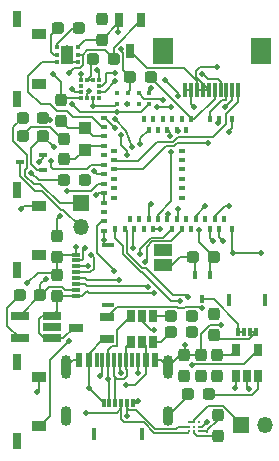
<source format=gbr>
%TF.GenerationSoftware,KiCad,Pcbnew,(5.99.0-8775-g06a515339c)*%
%TF.CreationDate,2021-02-12T19:12:03-05:00*%
%TF.ProjectId,mk2,6d6b322e-6b69-4636-9164-5f7063625858,rev?*%
%TF.SameCoordinates,Original*%
%TF.FileFunction,Copper,L1,Top*%
%TF.FilePolarity,Positive*%
%FSLAX46Y46*%
G04 Gerber Fmt 4.6, Leading zero omitted, Abs format (unit mm)*
G04 Created by KiCad (PCBNEW (5.99.0-8775-g06a515339c)) date 2021-02-12 19:12:03*
%MOMM*%
%LPD*%
G01*
G04 APERTURE LIST*
G04 Aperture macros list*
%AMRoundRect*
0 Rectangle with rounded corners*
0 $1 Rounding radius*
0 $2 $3 $4 $5 $6 $7 $8 $9 X,Y pos of 4 corners*
0 Add a 4 corners polygon primitive as box body*
4,1,4,$2,$3,$4,$5,$6,$7,$8,$9,$2,$3,0*
0 Add four circle primitives for the rounded corners*
1,1,$1+$1,$2,$3*
1,1,$1+$1,$4,$5*
1,1,$1+$1,$6,$7*
1,1,$1+$1,$8,$9*
0 Add four rect primitives between the rounded corners*
20,1,$1+$1,$2,$3,$4,$5,0*
20,1,$1+$1,$4,$5,$6,$7,0*
20,1,$1+$1,$6,$7,$8,$9,0*
20,1,$1+$1,$8,$9,$2,$3,0*%
G04 Aperture macros list end*
%TA.AperFunction,SMDPad,CuDef*%
%ADD10RoundRect,0.237500X0.287500X0.237500X-0.287500X0.237500X-0.287500X-0.237500X0.287500X-0.237500X0*%
%TD*%
%TA.AperFunction,SMDPad,CuDef*%
%ADD11RoundRect,0.237500X-0.237500X0.287500X-0.237500X-0.287500X0.237500X-0.287500X0.237500X0.287500X0*%
%TD*%
%TA.AperFunction,SMDPad,CuDef*%
%ADD12C,0.229500*%
%TD*%
%TA.AperFunction,SMDPad,CuDef*%
%ADD13RoundRect,0.237500X0.237500X-0.287500X0.237500X0.287500X-0.237500X0.287500X-0.237500X-0.287500X0*%
%TD*%
%TA.AperFunction,SMDPad,CuDef*%
%ADD14R,0.300000X0.350000*%
%TD*%
%TA.AperFunction,SMDPad,CuDef*%
%ADD15R,0.350000X0.300000*%
%TD*%
%TA.AperFunction,SMDPad,CuDef*%
%ADD16R,0.400000X0.600000*%
%TD*%
%TA.AperFunction,SMDPad,CuDef*%
%ADD17R,0.600000X0.400000*%
%TD*%
%TA.AperFunction,SMDPad,CuDef*%
%ADD18R,0.650000X1.060000*%
%TD*%
%TA.AperFunction,SMDPad,CuDef*%
%ADD19R,1.220000X0.650000*%
%TD*%
%TA.AperFunction,SMDPad,CuDef*%
%ADD20R,0.700000X0.450000*%
%TD*%
%TA.AperFunction,SMDPad,CuDef*%
%ADD21R,0.650000X1.220000*%
%TD*%
%TA.AperFunction,SMDPad,CuDef*%
%ADD22R,1.500000X1.000000*%
%TD*%
%TA.AperFunction,SMDPad,CuDef*%
%ADD23R,1.270000X0.900000*%
%TD*%
%TA.AperFunction,SMDPad,CuDef*%
%ADD24R,0.800000X1.450000*%
%TD*%
%TA.AperFunction,SMDPad,CuDef*%
%ADD25R,0.300000X1.300000*%
%TD*%
%TA.AperFunction,SMDPad,CuDef*%
%ADD26R,1.800000X2.200000*%
%TD*%
%TA.AperFunction,SMDPad,CuDef*%
%ADD27R,0.300000X0.700000*%
%TD*%
%TA.AperFunction,SMDPad,CuDef*%
%ADD28R,0.300000X1.000000*%
%TD*%
%TA.AperFunction,SMDPad,CuDef*%
%ADD29RoundRect,0.237500X-0.287500X-0.237500X0.287500X-0.237500X0.287500X0.237500X-0.287500X0.237500X0*%
%TD*%
%TA.AperFunction,SMDPad,CuDef*%
%ADD30R,0.400000X0.420000*%
%TD*%
%TA.AperFunction,ComponentPad*%
%ADD31R,1.350000X1.350000*%
%TD*%
%TA.AperFunction,ComponentPad*%
%ADD32O,1.350000X1.350000*%
%TD*%
%TA.AperFunction,SMDPad,CuDef*%
%ADD33R,0.450000X0.700000*%
%TD*%
%TA.AperFunction,SMDPad,CuDef*%
%ADD34RoundRect,0.093750X0.093750X0.106250X-0.093750X0.106250X-0.093750X-0.106250X0.093750X-0.106250X0*%
%TD*%
%TA.AperFunction,ComponentPad*%
%ADD35C,0.500000*%
%TD*%
%TA.AperFunction,SMDPad,CuDef*%
%ADD36R,1.000000X1.600000*%
%TD*%
%TA.AperFunction,SMDPad,CuDef*%
%ADD37R,1.100000X1.050000*%
%TD*%
%TA.AperFunction,SMDPad,CuDef*%
%ADD38R,0.600000X1.160000*%
%TD*%
%TA.AperFunction,SMDPad,CuDef*%
%ADD39R,0.300000X1.160000*%
%TD*%
%TA.AperFunction,ComponentPad*%
%ADD40O,0.900000X2.000000*%
%TD*%
%TA.AperFunction,ComponentPad*%
%ADD41O,0.900000X1.700000*%
%TD*%
%TA.AperFunction,SMDPad,CuDef*%
%ADD42R,0.700000X0.300000*%
%TD*%
%TA.AperFunction,SMDPad,CuDef*%
%ADD43R,1.000000X0.300000*%
%TD*%
%TA.AperFunction,SMDPad,CuDef*%
%ADD44R,1.560000X0.650000*%
%TD*%
%TA.AperFunction,ViaPad*%
%ADD45C,0.500000*%
%TD*%
%TA.AperFunction,Conductor*%
%ADD46C,0.130000*%
%TD*%
%TA.AperFunction,Conductor*%
%ADD47C,0.200000*%
%TD*%
G04 APERTURE END LIST*
D10*
%TO.P,R4,1*%
%TO.N,Net-(IC1-Pad35)*%
X27799000Y-39878000D03*
%TO.P,R4,2*%
%TO.N,USB_DP*%
X26049000Y-39878000D03*
%TD*%
%TO.P,R13,1*%
%TO.N,BACKLIGHT*%
X29704000Y-33528000D03*
%TO.P,R13,2*%
%TO.N,GND*%
X27954000Y-33528000D03*
%TD*%
D11*
%TO.P,R14,1*%
%TO.N,VIN*%
X29718000Y-38368000D03*
%TO.P,R14,2*%
%TO.N,Net-(J4-Pad1)*%
X29718000Y-40118000D03*
%TD*%
D12*
%TO.P,U6,A1,TH*%
%TO.N,+BATT*%
X27600000Y-47477000D03*
%TO.P,U6,A2,BATT*%
X28000000Y-47477000D03*
%TO.P,U6,A3,NC*%
%TO.N,N/C*%
X28400000Y-47477000D03*
%TO.P,U6,B1,SCL*%
%TO.N,SCL*%
X27600000Y-47877000D03*
%TO.P,U6,B2,~ALRT~*%
%TO.N,N/C*%
X28000000Y-47877000D03*
%TO.P,U6,B3,SYS*%
%TO.N,BATTPOW*%
X28400000Y-47877000D03*
%TO.P,U6,C1,SDA*%
%TO.N,SDA*%
X27600000Y-48277000D03*
%TO.P,U6,C2,REG*%
%TO.N,Net-(C10-Pad1)*%
X28000000Y-48277000D03*
%TO.P,U6,C3,GND*%
%TO.N,GND*%
X28400000Y-48277000D03*
%TD*%
D13*
%TO.P,C4,1*%
%TO.N,VIN*%
X16383000Y-36816000D03*
%TO.P,C4,2*%
%TO.N,GND*%
X16383000Y-35066000D03*
%TD*%
D10*
%TO.P,C9,1*%
%TO.N,LCD_DISP*%
X24370000Y-18288000D03*
%TO.P,C9,2*%
%TO.N,GND*%
X22620000Y-18288000D03*
%TD*%
D13*
%TO.P,C8,1*%
%TO.N,+5V*%
X20193000Y-15099000D03*
%TO.P,C8,2*%
%TO.N,GND*%
X20193000Y-13349000D03*
%TD*%
D14*
%TO.P,U4,1,SDO*%
%TO.N,GND*%
X18427000Y-20079000D03*
%TO.P,U4,2,SDX*%
%TO.N,SDA*%
X18927000Y-20079000D03*
%TO.P,U4,3,VDDIO*%
%TO.N,VCC*%
X19427000Y-20079000D03*
%TO.P,U4,4*%
%TO.N,N/C*%
X19927000Y-20079000D03*
D15*
%TO.P,U4,5,INT1*%
%TO.N,ACCELINT1*%
X19952000Y-19554000D03*
%TO.P,U4,6,INT2*%
%TO.N,ACCELINT2*%
X19952000Y-19054000D03*
D14*
%TO.P,U4,7,VDD*%
%TO.N,VCC*%
X19927000Y-18529000D03*
%TO.P,U4,8,GNDIO*%
%TO.N,GND*%
X19427000Y-18529000D03*
%TO.P,U4,9,GND*%
X18927000Y-18529000D03*
%TO.P,U4,10,~CSB~*%
%TO.N,VCC*%
X18427000Y-18529000D03*
D15*
%TO.P,U4,11*%
%TO.N,N/C*%
X18402000Y-19054000D03*
%TO.P,U4,12,SCX*%
%TO.N,SCL*%
X18402000Y-19554000D03*
%TD*%
D10*
%TO.P,R15,1*%
%TO.N,BUZZER*%
X15250000Y-23250000D03*
%TO.P,R15,2*%
%TO.N,GND*%
X13500000Y-23250000D03*
%TD*%
D16*
%TO.P,IC1,1,GND_1*%
%TO.N,GND*%
X31250000Y-21850000D03*
%TO.P,IC1,2,GND_2*%
X30150000Y-21850000D03*
%TO.P,IC1,3,P1.10*%
%TO.N,LCD_CS*%
X29350000Y-21850000D03*
%TO.P,IC1,4,P1.11*%
%TO.N,LCD_DISP*%
X27750000Y-21850000D03*
%TO.P,IC1,5,P1.12*%
%TO.N,N/C*%
X27350000Y-22750000D03*
%TO.P,IC1,6,P1.13*%
X26950000Y-21850000D03*
%TO.P,IC1,7,P1.14*%
%TO.N,ACCELINT1*%
X26550000Y-22750000D03*
%TO.P,IC1,8,P1.15*%
%TO.N,N/C*%
X26150000Y-21850000D03*
%TO.P,IC1,9,P0.03*%
%TO.N,ACCELINT2*%
X25750000Y-22750000D03*
%TO.P,IC1,10,P0.29*%
%TO.N,N/C*%
X25350000Y-21850000D03*
%TO.P,IC1,11,P0.02*%
X24950000Y-22750000D03*
%TO.P,IC1,12,P0.31*%
X24550000Y-21850000D03*
%TO.P,IC1,13,P0.28*%
%TO.N,BUZZER*%
X24150000Y-22750000D03*
%TO.P,IC1,14,P0.30*%
%TO.N,N/C*%
X23750000Y-21850000D03*
D17*
%TO.P,IC1,15,GND_3*%
%TO.N,GND*%
X20350000Y-21700000D03*
%TO.P,IC1,16,P0.27*%
%TO.N,5VREG_EN*%
X20350000Y-22500000D03*
%TO.P,IC1,17,P0.00/XL1*%
%TO.N,/XL1*%
X20350000Y-23300000D03*
%TO.P,IC1,18,P0.01/XL2*%
%TO.N,/XL2*%
X20350000Y-24100000D03*
%TO.P,IC1,19,P0.26*%
%TO.N,N/C*%
X21250000Y-24500000D03*
%TO.P,IC1,20,P0.04*%
X20350000Y-24900000D03*
%TO.P,IC1,21,P0.05*%
%TO.N,SPI_CLK*%
X21250000Y-25300000D03*
%TO.P,IC1,22,P0.06*%
%TO.N,BUTTON1*%
X20350000Y-25700000D03*
%TO.P,IC1,23,P0.07*%
%TO.N,SPI_MOSI*%
X21250000Y-26100000D03*
%TO.P,IC1,24,P0.08*%
%TO.N,BUTTON5*%
X20350000Y-26500000D03*
%TO.P,IC1,25,P1.08*%
%TO.N,N/C*%
X21250000Y-26900000D03*
%TO.P,IC1,26,P1.09*%
%TO.N,BUTTON3*%
X20350000Y-27300000D03*
%TO.P,IC1,27,P0.11*%
%TO.N,N/C*%
X21250000Y-27700000D03*
%TO.P,IC1,28,VDD*%
%TO.N,VCC*%
X20350000Y-28100000D03*
%TO.P,IC1,29,P0.12*%
%TO.N,N/C*%
X21250000Y-28500000D03*
%TO.P,IC1,30,VDDH*%
%TO.N,VCC*%
X20350000Y-28900000D03*
%TO.P,IC1,31,DCCH*%
%TO.N,N/C*%
X20350000Y-29700000D03*
%TO.P,IC1,32,VBUS*%
%TO.N,VUSB*%
X20350000Y-30500000D03*
%TO.P,IC1,33,GND_4*%
%TO.N,GND*%
X20350000Y-31300000D03*
D16*
%TO.P,IC1,34,D-*%
%TO.N,Net-(IC1-Pad34)*%
X21350000Y-31150000D03*
%TO.P,IC1,35,D+*%
%TO.N,Net-(IC1-Pad35)*%
X22150000Y-31150000D03*
%TO.P,IC1,36,P0.14*%
%TO.N,N/C*%
X22550000Y-30250000D03*
%TO.P,IC1,37,P0.13*%
%TO.N,SPARE*%
X22950000Y-31150000D03*
%TO.P,IC1,38,P0.16*%
%TO.N,N/C*%
X23350000Y-30250000D03*
%TO.P,IC1,39,P0.15*%
X23750000Y-31150000D03*
%TO.P,IC1,40,P0.18/RESET*%
%TO.N,RST*%
X24150000Y-30250000D03*
%TO.P,IC1,41,P0.17*%
%TO.N,RTCIRQ*%
X24550000Y-31150000D03*
%TO.P,IC1,42,P0.19*%
%TO.N,SQW*%
X24950000Y-30250000D03*
%TO.P,IC1,43,P0.21*%
%TO.N,SIDE_INT*%
X25750000Y-30250000D03*
%TO.P,IC1,44,P0.20*%
%TO.N,SDA*%
X26150000Y-31150000D03*
%TO.P,IC1,45,P0.23*%
%TO.N,BACKLIGHT*%
X26550000Y-30250000D03*
%TO.P,IC1,46,P0.22*%
%TO.N,SCL*%
X26950000Y-31150000D03*
%TO.P,IC1,47,P1.00*%
%TO.N,N/C*%
X27350000Y-30250000D03*
%TO.P,IC1,48,P0.24*%
X27750000Y-31150000D03*
%TO.P,IC1,49,P0.25*%
%TO.N,FLASHLIGHT*%
X28150000Y-30250000D03*
%TO.P,IC1,50,P1.02*%
%TO.N,N/C*%
X28950000Y-30250000D03*
%TO.P,IC1,51,SWDIO*%
%TO.N,SWDIO*%
X29350000Y-31150000D03*
%TO.P,IC1,52,P0.09/NFC1*%
%TO.N,CHGNG*%
X29750000Y-30250000D03*
%TO.P,IC1,53,SWDCLK*%
%TO.N,SWDCLK*%
X30150000Y-31150000D03*
%TO.P,IC1,54,P0.10/NFC2*%
%TO.N,N/C*%
X30550000Y-30250000D03*
%TO.P,IC1,55,GND_5*%
%TO.N,GND*%
X31250000Y-31150000D03*
D17*
%TO.P,IC1,56,P1.04*%
%TO.N,N/C*%
X26950000Y-24500000D03*
%TO.P,IC1,57,P1.06*%
X26950000Y-25300000D03*
%TO.P,IC1,58,P1.07*%
X26950000Y-26100000D03*
%TO.P,IC1,59,P1.05*%
X26950000Y-26900000D03*
%TO.P,IC1,60,P1.03*%
X26950000Y-27700000D03*
%TO.P,IC1,61,P1.01*%
X26950000Y-28500000D03*
%TD*%
D18*
%TO.P,U3,1,STAT*%
%TO.N,CHGNG*%
X31550000Y-43600000D03*
%TO.P,U3,2,VSS*%
%TO.N,GND*%
X32500000Y-43600000D03*
%TO.P,U3,3,VBAT*%
%TO.N,BATTPOW*%
X33450000Y-43600000D03*
%TO.P,U3,4,VDD*%
%TO.N,VUSB*%
X33450000Y-41400000D03*
%TO.P,U3,5,PROG*%
%TO.N,Net-(R9-Pad1)*%
X31550000Y-41400000D03*
%TD*%
D13*
%TO.P,C10,1*%
%TO.N,Net-(C10-Pad1)*%
X30000000Y-48627000D03*
%TO.P,C10,2*%
%TO.N,GND*%
X30000000Y-46877000D03*
%TD*%
D19*
%TO.P,D1,1,A*%
%TO.N,VUSB*%
X20620000Y-40450000D03*
%TO.P,D1,2,A*%
%TO.N,BATTPOW*%
X20620000Y-38550000D03*
%TO.P,D1,3,K*%
%TO.N,VIN*%
X18000000Y-39500000D03*
%TD*%
D20*
%TO.P,Q4,1,G*%
%TO.N,BUZZER*%
X15250000Y-26150000D03*
%TO.P,Q4,2,S*%
%TO.N,GND*%
X15250000Y-24850000D03*
%TO.P,Q4,3,D*%
%TO.N,Net-(J3-Pad2)*%
X13250000Y-25500000D03*
%TD*%
D10*
%TO.P,C20,1*%
%TO.N,BATTPOW*%
X29250000Y-45127000D03*
%TO.P,C20,2*%
%TO.N,GND*%
X27500000Y-45127000D03*
%TD*%
D18*
%TO.P,U5,1,CH1Out*%
%TO.N,USB_DN*%
X24572000Y-38524000D03*
%TO.P,U5,2,GND*%
%TO.N,GND*%
X23622000Y-38524000D03*
%TO.P,U5,3,CH1In*%
%TO.N,USB_DN_EXT*%
X22672000Y-38524000D03*
%TO.P,U5,4,CH2Int*%
%TO.N,USB_DP_EXT*%
X22672000Y-40724000D03*
%TO.P,U5,5,VCC*%
%TO.N,VUSB*%
X23622000Y-40724000D03*
%TO.P,U5,6,CH2Out*%
%TO.N,USB_DP*%
X24572000Y-40724000D03*
%TD*%
D21*
%TO.P,D2,1,A*%
%TO.N,VIN*%
X23556000Y-13422000D03*
%TO.P,D2,2,A*%
%TO.N,+5V*%
X21656000Y-13422000D03*
%TO.P,D2,3,K*%
%TO.N,DISP_POWER*%
X22606000Y-16042000D03*
%TD*%
D22*
%TO.P,JP2,1,1*%
%TO.N,RST*%
X25400000Y-32878000D03*
%TO.P,JP2,2,2*%
%TO.N,GND*%
X25400000Y-34178000D03*
%TD*%
D23*
%TO.P,SW2,1,1*%
%TO.N,GND*%
X14885000Y-14650000D03*
%TO.P,SW2,2,2*%
%TO.N,BUTTON1*%
X14885000Y-18850000D03*
D24*
%TO.P,SW2,3*%
%TO.N,N/C*%
X13000000Y-13375000D03*
%TO.P,SW2,4*%
X13000000Y-20125000D03*
%TD*%
D25*
%TO.P,J1,1,Pin_1*%
%TO.N,SPI_CLK*%
X31750000Y-19350000D03*
%TO.P,J1,2,Pin_2*%
%TO.N,SPI_MOSI*%
X31250000Y-19350000D03*
%TO.P,J1,3,Pin_3*%
%TO.N,LCD_CS*%
X30750000Y-19350000D03*
%TO.P,J1,4,Pin_4*%
%TO.N,SQW*%
X30250000Y-19350000D03*
%TO.P,J1,5,Pin_5*%
%TO.N,LCD_DISP*%
X29750000Y-19350000D03*
%TO.P,J1,6,Pin_6*%
%TO.N,DISP_POWER*%
X29250000Y-19350000D03*
%TO.P,J1,7,Pin_7*%
X28750000Y-19350000D03*
%TO.P,J1,8,Pin_8*%
X28250000Y-19350000D03*
%TO.P,J1,9,Pin_9*%
%TO.N,GND*%
X27750000Y-19350000D03*
%TO.P,J1,10,Pin_10*%
X27250000Y-19350000D03*
D26*
%TO.P,J1,MP*%
%TO.N,N/C*%
X25350000Y-16100000D03*
X33650000Y-16100000D03*
%TD*%
D27*
%TO.P,J7,1,1*%
%TO.N,VUSB*%
X20340000Y-45844000D03*
%TO.P,J7,2,2*%
%TO.N,USB_DN_EXT*%
X20840000Y-45844000D03*
%TO.P,J7,3,3*%
%TO.N,USB_DP_EXT*%
X21340000Y-45844000D03*
%TO.P,J7,4,4*%
%TO.N,SDA*%
X21840000Y-45844000D03*
%TO.P,J7,5,5*%
%TO.N,SCL*%
X22340000Y-45844000D03*
%TO.P,J7,6,6*%
%TO.N,GND*%
X22840000Y-45844000D03*
D28*
%TO.P,J7,S1,SHIELD*%
%TO.N,N/C*%
X19550000Y-48494000D03*
%TO.P,J7,S2,SHIELD__1*%
X23630000Y-48494000D03*
%TD*%
D11*
%TO.P,R9,1*%
%TO.N,Net-(R9-Pad1)*%
X29972000Y-41797000D03*
%TO.P,R9,2*%
%TO.N,GND*%
X29972000Y-43547000D03*
%TD*%
D27*
%TO.P,J4,1,1*%
%TO.N,Net-(J4-Pad1)*%
X33250000Y-39825000D03*
%TO.P,J4,2,2*%
X32750000Y-39825000D03*
%TO.P,J4,3,3*%
%TO.N,Net-(J4-Pad3)*%
X32250000Y-39825000D03*
%TO.P,J4,4,4*%
X31750000Y-39825000D03*
D28*
%TO.P,J4,S1,SHIELD*%
%TO.N,N/C*%
X34040000Y-37175000D03*
%TO.P,J4,S2,SHIELD__1*%
X30960000Y-37175000D03*
%TD*%
D11*
%TO.P,C2,1*%
%TO.N,GND*%
X17000000Y-23500000D03*
%TO.P,C2,2*%
%TO.N,/XL2*%
X17000000Y-25250000D03*
%TD*%
D29*
%TO.P,C5,1*%
%TO.N,GND*%
X19445000Y-16764000D03*
%TO.P,C5,2*%
%TO.N,VIN*%
X21195000Y-16764000D03*
%TD*%
D30*
%TO.P,IC2,1,SDA*%
%TO.N,SDA*%
X24210000Y-19616000D03*
%TO.P,IC2,2,SQW*%
%TO.N,SQW*%
X23310000Y-19616000D03*
%TO.P,IC2,3,VSS*%
%TO.N,GND*%
X22410000Y-19616000D03*
%TO.P,IC2,4*%
%TO.N,N/C*%
X21510000Y-19616000D03*
%TO.P,IC2,5,VCC*%
%TO.N,VCC*%
X21510000Y-20516000D03*
%TO.P,IC2,6,~IRQ/OUT~*%
%TO.N,RTCIRQ*%
X22410000Y-20516000D03*
%TO.P,IC2,7*%
%TO.N,N/C*%
X23310000Y-20516000D03*
%TO.P,IC2,8,SCL*%
%TO.N,SCL*%
X24210000Y-20516000D03*
%TD*%
D31*
%TO.P,BT1,1,+*%
%TO.N,+BATT*%
X32000000Y-47750000D03*
D32*
%TO.P,BT1,2,-*%
%TO.N,GND*%
X34000000Y-47750000D03*
%TD*%
D23*
%TO.P,SW4,1,1*%
%TO.N,GND*%
X14885000Y-43650000D03*
%TO.P,SW4,2,2*%
%TO.N,BUTTON3*%
X14885000Y-47850000D03*
D24*
%TO.P,SW4,3*%
%TO.N,N/C*%
X13000000Y-42375000D03*
%TO.P,SW4,4*%
X13000000Y-49125000D03*
%TD*%
D10*
%TO.P,C6,1*%
%TO.N,Net-(C6-Pad1)*%
X18274000Y-14097000D03*
%TO.P,C6,2*%
%TO.N,Net-(C6-Pad2)*%
X16524000Y-14097000D03*
%TD*%
D33*
%TO.P,Q3,1,G*%
%TO.N,BACKLIGHT*%
X29352000Y-35068000D03*
%TO.P,Q3,2,S*%
%TO.N,GND*%
X28052000Y-35068000D03*
%TO.P,Q3,3,D*%
%TO.N,Net-(J4-Pad3)*%
X28702000Y-37068000D03*
%TD*%
D34*
%TO.P,U1,1,GND*%
%TO.N,GND*%
X18140500Y-17033000D03*
%TO.P,U1,2,VIN*%
%TO.N,VIN*%
X18140500Y-16383000D03*
%TO.P,U1,3,VOUT*%
%TO.N,+5V*%
X18140500Y-15733000D03*
%TO.P,U1,4,CP+*%
%TO.N,Net-(C6-Pad1)*%
X16365500Y-15733000D03*
%TO.P,U1,5,CP-*%
%TO.N,Net-(C6-Pad2)*%
X16365500Y-16383000D03*
%TO.P,U1,6,ENA*%
%TO.N,5VREG_EN*%
X16365500Y-17033000D03*
D35*
%TO.P,U1,7,EP*%
%TO.N,GND*%
X17253000Y-15833000D03*
X17253000Y-16933000D03*
D36*
X17253000Y-16383000D03*
%TD*%
D37*
%TO.P,Y1,1,1*%
%TO.N,/XL2*%
X18750000Y-24425000D03*
%TO.P,Y1,2,2*%
%TO.N,/XL1*%
X18750000Y-22575000D03*
%TD*%
D38*
%TO.P,J2,A1,GND*%
%TO.N,GND*%
X18300000Y-42240000D03*
%TO.P,J2,A4,VBUS*%
%TO.N,VUSB*%
X19100000Y-42240000D03*
D39*
%TO.P,J2,A5,CC1*%
%TO.N,Net-(J2-PadA5)*%
X20250000Y-42240000D03*
%TO.P,J2,A6,D+*%
%TO.N,USB_DP_EXT*%
X21250000Y-42240000D03*
%TO.P,J2,A7,D-*%
%TO.N,USB_DN_EXT*%
X21750000Y-42240000D03*
%TO.P,J2,A8,SBU1*%
%TO.N,N/C*%
X22750000Y-42240000D03*
D38*
%TO.P,J2,A9,VBUS*%
%TO.N,VUSB*%
X23900000Y-42240000D03*
%TO.P,J2,A12,GND*%
%TO.N,GND*%
X24700000Y-42240000D03*
D39*
%TO.P,J2,B5,CC2*%
%TO.N,Net-(J2-PadB5)*%
X23250000Y-42240000D03*
%TO.P,J2,B6,D+*%
%TO.N,USB_DP_EXT*%
X22250000Y-42240000D03*
%TO.P,J2,B7,D-*%
%TO.N,USB_DN_EXT*%
X20750000Y-42240000D03*
%TO.P,J2,B8,SBU2*%
%TO.N,N/C*%
X19750000Y-42240000D03*
D40*
%TO.P,J2,S1,SHIELD*%
%TO.N,GND*%
X25820000Y-42820000D03*
D41*
X25820000Y-46990000D03*
D40*
X17180000Y-42820000D03*
D41*
X17180000Y-46990000D03*
%TD*%
D11*
%TO.P,C7,1*%
%TO.N,VCC*%
X16383000Y-31764000D03*
%TO.P,C7,2*%
%TO.N,GND*%
X16383000Y-33514000D03*
%TD*%
D10*
%TO.P,R3,1*%
%TO.N,Net-(IC1-Pad34)*%
X27799000Y-38481000D03*
%TO.P,R3,2*%
%TO.N,USB_DN*%
X26049000Y-38481000D03*
%TD*%
D13*
%TO.P,R11,1*%
%TO.N,Net-(J2-PadA5)*%
X27178000Y-43547000D03*
%TO.P,R11,2*%
%TO.N,GND*%
X27178000Y-41797000D03*
%TD*%
D10*
%TO.P,R16,1*%
%TO.N,VCC*%
X15250000Y-21750000D03*
%TO.P,R16,2*%
%TO.N,Net-(J3-Pad1)*%
X13500000Y-21750000D03*
%TD*%
D42*
%TO.P,J5,1,1*%
%TO.N,VIN*%
X18030000Y-36802000D03*
%TO.P,J5,2,2*%
%TO.N,VCC*%
X18030000Y-36302000D03*
%TO.P,J5,3,3*%
%TO.N,FLASHLIGHT*%
X18030000Y-35802000D03*
%TO.P,J5,4,4*%
%TO.N,SIDE_INT*%
X18030000Y-35302000D03*
%TO.P,J5,5,5*%
%TO.N,SDA*%
X18030000Y-34802000D03*
%TO.P,J5,6,6*%
%TO.N,SCL*%
X18030000Y-34302000D03*
%TO.P,J5,7,7*%
%TO.N,SPARE*%
X18030000Y-33802000D03*
%TO.P,J5,8,8*%
%TO.N,GND*%
X18030000Y-33302000D03*
D43*
%TO.P,J5,S1,SHIELD*%
%TO.N,N/C*%
X20680000Y-37592000D03*
%TO.P,J5,S2,SHIELD__1*%
X20680000Y-32512000D03*
%TD*%
D10*
%TO.P,C3,1*%
%TO.N,VCC*%
X18750000Y-27000000D03*
%TO.P,C3,2*%
%TO.N,GND*%
X17000000Y-27000000D03*
%TD*%
D23*
%TO.P,SW1,1,1*%
%TO.N,GND*%
X14885000Y-29150000D03*
%TO.P,SW1,2,2*%
%TO.N,BUTTON5*%
X14885000Y-33350000D03*
D24*
%TO.P,SW1,3*%
%TO.N,N/C*%
X13000000Y-27875000D03*
%TO.P,SW1,4*%
X13000000Y-34625000D03*
%TD*%
D31*
%TO.P,J3,1,Pin_1*%
%TO.N,Net-(J3-Pad1)*%
X18415000Y-28972000D03*
D32*
%TO.P,J3,2,Pin_2*%
%TO.N,Net-(J3-Pad2)*%
X18415000Y-30972000D03*
%TD*%
D13*
%TO.P,R12,1*%
%TO.N,Net-(J2-PadB5)*%
X28575000Y-43547000D03*
%TO.P,R12,2*%
%TO.N,GND*%
X28575000Y-41797000D03*
%TD*%
D44*
%TO.P,U2,1,VIN*%
%TO.N,VIN*%
X15950000Y-40400000D03*
%TO.P,U2,2,GND*%
%TO.N,GND*%
X15950000Y-39450000D03*
%TO.P,U2,3,EN*%
%TO.N,VIN*%
X15950000Y-38500000D03*
%TO.P,U2,4,FB*%
%TO.N,VCC*%
X13250000Y-38500000D03*
%TO.P,U2,5,SW*%
%TO.N,Net-(L1-Pad1)*%
X13250000Y-40400000D03*
%TD*%
D29*
%TO.P,L1,1,1*%
%TO.N,Net-(L1-Pad1)*%
X13250000Y-36750000D03*
%TO.P,L1,2,2*%
%TO.N,VCC*%
X15000000Y-36750000D03*
%TD*%
D11*
%TO.P,C1,1*%
%TO.N,GND*%
X16750000Y-20250000D03*
%TO.P,C1,2*%
%TO.N,/XL1*%
X16750000Y-22000000D03*
%TD*%
D45*
%TO.N,GND*%
X33655000Y-33172400D03*
X20269200Y-13258800D03*
X14909800Y-25425400D03*
X14986000Y-14478000D03*
X20421600Y-32054800D03*
X24587200Y-39674800D03*
X21336000Y-22606000D03*
X14732000Y-44932600D03*
X23291800Y-45694600D03*
X30073600Y-22148800D03*
X16967200Y-23317200D03*
X27228800Y-40995600D03*
X32639000Y-44704000D03*
X13614400Y-23418800D03*
X21831000Y-15937999D03*
X30073600Y-43561000D03*
X14224000Y-26365200D03*
X16052800Y-18034000D03*
X31292800Y-33172400D03*
X30305498Y-39243000D03*
X30175200Y-46812200D03*
X15900400Y-39395400D03*
X17983200Y-32664400D03*
X19304000Y-16764000D03*
X13868400Y-35737800D03*
X27990800Y-20777200D03*
X13335000Y-29464000D03*
X28067000Y-33528000D03*
X30937200Y-22910800D03*
%TO.N,VCC*%
X19822694Y-17679875D03*
X15458018Y-35357588D03*
X22301200Y-24892000D03*
X18750000Y-27000000D03*
X16662400Y-30022800D03*
X15825000Y-21925392D03*
X16383000Y-31764000D03*
X19456400Y-20726400D03*
X21793200Y-23164800D03*
X18427000Y-18020600D03*
X19685000Y-28270200D03*
%TO.N,VIN*%
X24638000Y-36576000D03*
X17399000Y-17907000D03*
X29718000Y-38368000D03*
X16383000Y-36816000D03*
%TO.N,BATTPOW*%
X29121247Y-47442617D03*
X29250000Y-45127000D03*
X28702000Y-37868002D03*
%TO.N,VUSB*%
X22225000Y-44323000D03*
X19100000Y-44604000D03*
X27813000Y-42672000D03*
X20620000Y-40450000D03*
X23622000Y-40724000D03*
X21209000Y-34671000D03*
%TO.N,Net-(IC1-Pad34)*%
X26797000Y-37211000D03*
X27799000Y-38481000D03*
%TO.N,Net-(IC1-Pad35)*%
X27483838Y-36855038D03*
X27799000Y-39878000D03*
%TO.N,RST*%
X24341010Y-28998990D03*
X25265990Y-32932047D03*
%TO.N,SWDIO*%
X29591000Y-32131000D03*
%TO.N,SWDCLK*%
X30480000Y-32131000D03*
%TO.N,SQW*%
X28702000Y-18034000D03*
X26070863Y-24643340D03*
X25400000Y-20193000D03*
%TO.N,SDA*%
X19123667Y-19480928D03*
X19310314Y-33330808D03*
X22758400Y-24180800D03*
X21323702Y-21854327D03*
X18848188Y-46683812D03*
X24333200Y-19202400D03*
X23410990Y-33269264D03*
%TO.N,RTCIRQ*%
X22352000Y-20574000D03*
X25146000Y-31115000D03*
%TO.N,SCL*%
X23876000Y-33909000D03*
X21452997Y-21219003D03*
X17673385Y-20594010D03*
X17653000Y-19304000D03*
X22352000Y-46990000D03*
X19050000Y-34290000D03*
%TO.N,Net-(J2-PadB5)*%
X23241000Y-43307000D03*
X28575000Y-43561000D03*
%TO.N,Net-(J2-PadA5)*%
X27178000Y-43547000D03*
X20066000Y-43561000D03*
%TO.N,BACKLIGHT*%
X26670000Y-29464000D03*
X28440990Y-31195332D03*
%TO.N,BUZZER*%
X16118817Y-24224193D03*
X23446133Y-23976758D03*
%TO.N,CHGNG*%
X30988000Y-29210000D03*
X31496000Y-44577000D03*
%TO.N,SPI_MOSI*%
X29210000Y-23876000D03*
X30607000Y-20828000D03*
%TO.N,BUTTON1*%
X14885000Y-18850000D03*
X15890675Y-25418525D03*
%TO.N,BUTTON5*%
X19536732Y-26267732D03*
X14885009Y-33350000D03*
%TO.N,BUTTON3*%
X17272000Y-27925000D03*
X17399000Y-40640000D03*
%TO.N,DISP_POWER*%
X29972000Y-17429000D03*
%TO.N,ACCELINT2*%
X24892000Y-20828000D03*
X26035000Y-20828000D03*
X21336000Y-17907000D03*
X25965209Y-23283318D03*
%TO.N,ACCELINT1*%
X25553943Y-18548721D03*
X26653168Y-22843168D03*
X21336000Y-18643600D03*
X26635326Y-19896775D03*
%TO.N,+5V*%
X21590000Y-14478000D03*
%TO.N,SIDE_INT*%
X21632548Y-35413990D03*
X25781000Y-29845000D03*
%TO.N,USB_DN_EXT*%
X20746250Y-43807990D03*
X21844000Y-43307000D03*
%TO.N,FLASHLIGHT*%
X24130000Y-36068000D03*
X28956000Y-29210000D03*
%TO.N,SPARE*%
X18796000Y-32766000D03*
X22860000Y-32766000D03*
%TD*%
D46*
%TO.N,GND*%
X25400000Y-34178000D02*
X26172400Y-34178000D01*
X14240020Y-22509980D02*
X13500000Y-23250000D01*
X31250000Y-22598000D02*
X30937200Y-22910800D01*
X22620000Y-19406000D02*
X22410000Y-19616000D01*
X27250000Y-19350000D02*
X27750000Y-19350000D01*
X31242000Y-31599952D02*
X31242000Y-33121600D01*
X31250000Y-31591952D02*
X31242000Y-31599952D01*
X18427000Y-20079000D02*
X16921000Y-20079000D01*
X27228800Y-40995600D02*
X27228800Y-41746200D01*
X31250000Y-21850000D02*
X31250000Y-22598000D01*
X19304000Y-18152000D02*
X19304000Y-16764000D01*
X30150000Y-22072400D02*
X30073600Y-22148800D01*
X21831000Y-15937999D02*
X21831000Y-16015000D01*
X16507301Y-23192301D02*
X15824980Y-22509980D01*
X28589020Y-41782980D02*
X28589020Y-40011308D01*
X17760000Y-42240000D02*
X17180000Y-42820000D01*
X28589020Y-40011308D02*
X29357328Y-39243000D01*
X31242000Y-33121600D02*
X31292800Y-33172400D01*
X27750000Y-20536400D02*
X27990800Y-20777200D01*
X19427000Y-18529000D02*
X18927000Y-18529000D01*
X15824980Y-22509980D02*
X14240020Y-22509980D01*
X29125400Y-48277000D02*
X29133800Y-48285400D01*
X28052000Y-35068000D02*
X28052000Y-33626000D01*
X25240000Y-42240000D02*
X25820000Y-42820000D01*
X16159587Y-34842587D02*
X14763613Y-34842587D01*
X23142400Y-45844000D02*
X23291800Y-45694600D01*
X20430000Y-21700000D02*
X21336000Y-22606000D01*
X20350000Y-31300000D02*
X20350000Y-31983200D01*
X14885000Y-43650000D02*
X14885000Y-44779600D01*
X22620000Y-18288000D02*
X22620000Y-19406000D01*
X18030000Y-33302000D02*
X18030000Y-32711200D01*
X18030000Y-32711200D02*
X17983200Y-32664400D01*
X28400000Y-48277000D02*
X29125400Y-48277000D01*
X24700000Y-42240000D02*
X25240000Y-42240000D01*
X27500000Y-45310000D02*
X25820000Y-46990000D01*
X16750000Y-20250000D02*
X16750000Y-18731200D01*
X29133800Y-48158400D02*
X30000000Y-47292200D01*
X14763613Y-34842587D02*
X13868400Y-35737800D01*
X27750000Y-19350000D02*
X27750000Y-20536400D01*
X16383000Y-35066000D02*
X16383000Y-33514000D01*
X27178000Y-41797000D02*
X28575000Y-41797000D01*
X17000000Y-27000000D02*
X14858800Y-27000000D01*
X16750000Y-18731200D02*
X16052800Y-18034000D01*
X21985020Y-17717820D02*
X22555200Y-18288000D01*
X21985020Y-16244620D02*
X21985020Y-17717820D01*
X26822400Y-33528000D02*
X28067000Y-33528000D01*
X21831000Y-16015000D02*
X21793200Y-16052800D01*
X20350000Y-31983200D02*
X20421600Y-32054800D01*
X14858800Y-27000000D02*
X14224000Y-26365200D01*
X13649000Y-29150000D02*
X13335000Y-29464000D01*
X16595000Y-33302000D02*
X18030000Y-33302000D01*
X32500000Y-43600000D02*
X32500000Y-44565000D01*
X16967200Y-23317200D02*
X16507301Y-23192301D01*
X18140500Y-17033000D02*
X17353000Y-17033000D01*
X32500000Y-44565000D02*
X32639000Y-44704000D01*
X15250000Y-25085200D02*
X14909800Y-25425400D01*
X15250000Y-24850000D02*
X15250000Y-25085200D01*
X31250000Y-31150000D02*
X31250000Y-31591952D01*
X29133800Y-48285400D02*
X29133800Y-48158400D01*
X21793200Y-16052800D02*
X21985020Y-16244620D01*
X26843000Y-41797000D02*
X25820000Y-42820000D01*
X22840000Y-45844000D02*
X23142400Y-45844000D01*
X31292800Y-33172400D02*
X33655000Y-33172400D01*
X29357328Y-39243000D02*
X30305498Y-39243000D01*
X26172400Y-34178000D02*
X26822400Y-33528000D01*
X14885000Y-29150000D02*
X13649000Y-29150000D01*
X23622000Y-38906020D02*
X24390780Y-39674800D01*
X18300000Y-42240000D02*
X17760000Y-42240000D01*
X24390780Y-39674800D02*
X24587200Y-39674800D01*
X14885000Y-44779600D02*
X14732000Y-44932600D01*
X18927000Y-18529000D02*
X19304000Y-18152000D01*
%TO.N,+BATT*%
X28000000Y-47314953D02*
X28000000Y-47477000D01*
X30445652Y-46086980D02*
X29227973Y-46086980D01*
X29227973Y-46086980D02*
X28000000Y-47314953D01*
X32000000Y-47641328D02*
X30445652Y-46086980D01*
X27600000Y-47477000D02*
X28000000Y-47477000D01*
%TO.N,VCC*%
X16383000Y-31764000D02*
X16383000Y-30302200D01*
X19427000Y-20697000D02*
X19456400Y-20726400D01*
X16828652Y-36025980D02*
X15724020Y-36025980D01*
X13250000Y-38500000D02*
X15000000Y-36750000D01*
X16383000Y-30302200D02*
X16662400Y-30022800D01*
X20350000Y-28900000D02*
X20350000Y-28100000D01*
X21793200Y-24066180D02*
X21793200Y-23164800D01*
X22301200Y-24892000D02*
X22301200Y-24574180D01*
X15000000Y-35815606D02*
X15458018Y-35357588D01*
X22301200Y-24574180D02*
X21793200Y-24066180D01*
X19939000Y-18517000D02*
X19939000Y-18237020D01*
X15724020Y-36025980D02*
X15000000Y-36750000D01*
X19427000Y-20079000D02*
X19427000Y-20697000D01*
X18030000Y-36302000D02*
X17104672Y-36302000D01*
X18427000Y-18529000D02*
X18427000Y-18020600D01*
X15825000Y-21925392D02*
X15425392Y-21925392D01*
X17104672Y-36302000D02*
X16828652Y-36025980D01*
X19927000Y-18529000D02*
X19927000Y-17784181D01*
X21299600Y-20726400D02*
X19456400Y-20726400D01*
X21510000Y-20516000D02*
X21299600Y-20726400D01*
X19855200Y-28100000D02*
X19685000Y-28270200D01*
X19927000Y-17784181D02*
X19822694Y-17679875D01*
X20350000Y-28100000D02*
X19855200Y-28100000D01*
X15000000Y-36750000D02*
X15000000Y-35815606D01*
X18338800Y-17932400D02*
X18427000Y-18020600D01*
%TO.N,VIN*%
X15094000Y-38500000D02*
X15950000Y-38500000D01*
X17800401Y-17505599D02*
X18375279Y-17505599D01*
X16383000Y-36816000D02*
X16383000Y-38067000D01*
X15317980Y-40400000D02*
X14859000Y-39941020D01*
X20454980Y-16023980D02*
X18949348Y-16023980D01*
X19074001Y-36583001D02*
X24630999Y-36583001D01*
X18593020Y-17287858D02*
X18593020Y-16380308D01*
X21195000Y-16764000D02*
X21195000Y-15783000D01*
X18375279Y-17505599D02*
X18593020Y-17287858D01*
X18533000Y-36816000D02*
X18920000Y-36429000D01*
X16383000Y-36816000D02*
X18302000Y-36816000D01*
X17850798Y-39500000D02*
X16950798Y-40400000D01*
X18590328Y-16383000D02*
X18949348Y-16023980D01*
X14859000Y-39941020D02*
X14859000Y-38735000D01*
X17399000Y-17907000D02*
X17800401Y-17505599D01*
X16383000Y-38067000D02*
X15950000Y-38500000D01*
X14859000Y-38735000D02*
X15094000Y-38500000D01*
X24630999Y-36583001D02*
X24638000Y-36576000D01*
X18140500Y-16383000D02*
X18590328Y-16383000D01*
X16950798Y-40400000D02*
X15950000Y-40400000D01*
X18302000Y-36816000D02*
X18533000Y-36816000D01*
X21195000Y-16764000D02*
X20454980Y-16023980D01*
X18920000Y-36429000D02*
X19074001Y-36583001D01*
X21195000Y-15783000D02*
X23556000Y-13422000D01*
%TO.N,Net-(C10-Pad1)*%
X28217714Y-48656761D02*
X28000000Y-48439047D01*
X29970239Y-48656761D02*
X28217714Y-48656761D01*
X28000000Y-48439047D02*
X28000000Y-48277000D01*
%TO.N,BATTPOW*%
X33450000Y-44655202D02*
X32886201Y-45219001D01*
X21441011Y-37728989D02*
X26552787Y-37728989D01*
X26552787Y-37728989D02*
X26676799Y-37853001D01*
X26676799Y-37853001D02*
X27171201Y-37853001D01*
X32886201Y-45219001D02*
X29342001Y-45219001D01*
X27171201Y-37853001D02*
X27295213Y-37728989D01*
X33450000Y-43600000D02*
X33450000Y-44655202D01*
X28562987Y-37728989D02*
X28702000Y-37868002D01*
X28400000Y-47877000D02*
X28686864Y-47877000D01*
X27295213Y-37728989D02*
X28562987Y-37728989D01*
X20620000Y-38550000D02*
X21441011Y-37728989D01*
X28686864Y-47877000D02*
X29121247Y-47442617D01*
%TO.N,VUSB*%
X32262980Y-42587020D02*
X27897980Y-42587020D01*
X19100000Y-44604000D02*
X20340000Y-45844000D01*
X19100000Y-41682980D02*
X19100000Y-42240000D01*
X22987202Y-44323000D02*
X22225000Y-44323000D01*
X19100000Y-42240000D02*
X19100000Y-44604000D01*
X23900000Y-42240000D02*
X23900000Y-43410202D01*
X23622000Y-40724000D02*
X23900000Y-41002000D01*
X27897980Y-42587020D02*
X27813000Y-42672000D01*
X23900000Y-43410202D02*
X22987202Y-44323000D01*
X21209000Y-34595146D02*
X21209000Y-34671000D01*
X33450000Y-41400000D02*
X32262980Y-42587020D01*
X20332980Y-40450000D02*
X19100000Y-41682980D01*
X20172980Y-30500000D02*
X19784989Y-30887991D01*
X19784989Y-33171135D02*
X21209000Y-34595146D01*
X19784989Y-30887991D02*
X19784989Y-33171135D01*
X23900000Y-41002000D02*
X23900000Y-42240000D01*
%TO.N,Net-(IC1-Pad34)*%
X26035000Y-37211000D02*
X26797000Y-37211000D01*
X22014988Y-33276896D02*
X23492104Y-34754012D01*
X23578012Y-34754012D02*
X26035000Y-37211000D01*
X21350000Y-31935412D02*
X22014988Y-32600400D01*
X21350000Y-31150000D02*
X21350000Y-31935412D01*
X22014988Y-32600400D02*
X22014988Y-33276896D01*
X23492104Y-34754012D02*
X23578012Y-34754012D01*
%TO.N,Net-(IC1-Pad35)*%
X22344999Y-33140201D02*
X23628799Y-34424001D01*
X22344999Y-31344999D02*
X22344999Y-33140201D01*
X23628799Y-34424001D02*
X23918981Y-34424001D01*
X26190979Y-36695999D02*
X27324799Y-36695999D01*
X23918981Y-34424001D02*
X26190979Y-36695999D01*
X27324799Y-36695999D02*
X27483838Y-36855038D01*
X22150000Y-31150000D02*
X22344999Y-31344999D01*
%TO.N,RST*%
X24150000Y-30250000D02*
X24150000Y-29190000D01*
X24150000Y-29190000D02*
X24341010Y-28998990D01*
%TO.N,SWDIO*%
X29350000Y-31890000D02*
X29591000Y-32131000D01*
X29350000Y-31150000D02*
X29350000Y-31890000D01*
%TO.N,SWDCLK*%
X30150000Y-31150000D02*
X30150000Y-31801000D01*
X30150000Y-31801000D02*
X30480000Y-32131000D01*
%TO.N,SQW*%
X24950000Y-29914000D02*
X26070863Y-28793137D01*
X23784989Y-20090989D02*
X23310000Y-19616000D01*
X25400000Y-20193000D02*
X25297989Y-20090989D01*
X28776093Y-18034000D02*
X28702000Y-18034000D01*
X24950000Y-30250000D02*
X24950000Y-29914000D01*
X29177082Y-18434989D02*
X28776093Y-18034000D01*
X30250000Y-19350000D02*
X30250000Y-18662980D01*
X30250000Y-18662980D02*
X30022009Y-18434989D01*
X30022009Y-18434989D02*
X29177082Y-18434989D01*
X25297989Y-20090989D02*
X23784989Y-20090989D01*
X26070863Y-28793137D02*
X26070863Y-24643340D01*
%TO.N,SDA*%
X18927000Y-20079000D02*
X18927000Y-19677595D01*
X19226202Y-34802000D02*
X19515001Y-34513201D01*
X18030000Y-34802000D02*
X19226202Y-34802000D01*
X24362007Y-31882978D02*
X23410990Y-32833995D01*
X27600000Y-48277000D02*
X27491969Y-48385031D01*
X21840000Y-46321020D02*
X21477208Y-46683812D01*
X24621035Y-48385031D02*
X23741005Y-47505001D01*
X22104799Y-47505001D02*
X21840000Y-47240202D01*
X19515001Y-34513201D02*
X19515001Y-33535495D01*
X18927000Y-19677595D02*
X19123667Y-19480928D01*
X21477208Y-46683812D02*
X18848188Y-46683812D01*
X21840000Y-47240202D02*
X21840000Y-45844000D01*
X23410990Y-32833995D02*
X23410990Y-33269264D01*
X22274460Y-22805085D02*
X21323702Y-21854327D01*
X23741005Y-47505001D02*
X22104799Y-47505001D01*
X27491969Y-48385031D02*
X24621035Y-48385031D01*
X26150000Y-31150000D02*
X25417022Y-31882978D01*
X24210000Y-19616000D02*
X24210000Y-19325600D01*
X25417022Y-31882978D02*
X24362007Y-31882978D01*
X22758400Y-24180800D02*
X22274460Y-22805085D01*
X24210000Y-19325600D02*
X24333200Y-19202400D01*
X19515001Y-33535495D02*
X19310314Y-33330808D01*
%TO.N,RTCIRQ*%
X25111000Y-31150000D02*
X25146000Y-31115000D01*
X24550000Y-31150000D02*
X25111000Y-31150000D01*
%TO.N,SCL*%
X23506997Y-21219003D02*
X24210000Y-20516000D01*
X21452997Y-21219003D02*
X19827195Y-21219003D01*
X18320776Y-21241401D02*
X17673385Y-20594010D01*
X19827195Y-21219003D02*
X19804797Y-21241401D01*
X26443980Y-48105020D02*
X24737020Y-48105020D01*
X23114000Y-46482000D02*
X22500980Y-46482000D01*
X22500980Y-46482000D02*
X22352000Y-46333020D01*
X17903000Y-19554000D02*
X18402000Y-19554000D01*
X26024031Y-32162989D02*
X24479011Y-32162989D01*
X24737020Y-48105020D02*
X23114000Y-46482000D01*
X24010001Y-33774999D02*
X23876000Y-33909000D01*
X24479011Y-32162989D02*
X24010001Y-32631999D01*
X21600003Y-21219003D02*
X23506997Y-21219003D01*
X21452997Y-21219003D02*
X21600003Y-21219003D01*
X22340000Y-45844000D02*
X22340000Y-46978000D01*
X19050000Y-34290000D02*
X18042000Y-34290000D01*
X27600000Y-47877000D02*
X26672000Y-47877000D01*
X22340000Y-46978000D02*
X22352000Y-46990000D01*
X19804797Y-21241401D02*
X18320776Y-21241401D01*
X24010001Y-32631999D02*
X24010001Y-33774999D01*
X26672000Y-47877000D02*
X26443980Y-48105020D01*
X26950000Y-31237020D02*
X26024031Y-32162989D01*
X22352000Y-46333020D02*
X22352000Y-45856000D01*
X17653000Y-19304000D02*
X17903000Y-19554000D01*
%TO.N,Net-(J2-PadB5)*%
X23241000Y-43307000D02*
X23241000Y-42249000D01*
D47*
%TO.N,USB_DP*%
X25203000Y-40724000D02*
X26049000Y-39878000D01*
X24572000Y-40724000D02*
X25203000Y-40724000D01*
D46*
%TO.N,Net-(J2-PadA5)*%
X20250000Y-43377000D02*
X20066000Y-43561000D01*
X20250000Y-42240000D02*
X20250000Y-43377000D01*
D47*
%TO.N,USB_DN*%
X26049000Y-38481000D02*
X24615000Y-38481000D01*
D46*
%TO.N,Net-(L1-Pad1)*%
X12204989Y-37795011D02*
X12204989Y-39354989D01*
X13250000Y-36750000D02*
X12204989Y-37795011D01*
X12204989Y-39354989D02*
X13250000Y-40400000D01*
%TO.N,Net-(R9-Pad1)*%
X31153000Y-41797000D02*
X31550000Y-41400000D01*
X29972000Y-41797000D02*
X31153000Y-41797000D01*
%TO.N,BACKLIGHT*%
X29352000Y-35068000D02*
X29352000Y-33880000D01*
X28440990Y-32264990D02*
X28440990Y-31195332D01*
X26670000Y-29464000D02*
X26670000Y-30130000D01*
X29704000Y-33528000D02*
X28440990Y-32264990D01*
%TO.N,/XL1*%
X18750000Y-22575000D02*
X19475000Y-23300000D01*
X17325000Y-22575000D02*
X18750000Y-22575000D01*
X16750000Y-22000000D02*
X17325000Y-22575000D01*
X19475000Y-23300000D02*
X20350000Y-23300000D01*
%TO.N,/XL2*%
X17925000Y-25250000D02*
X18750000Y-24425000D01*
X19075000Y-24100000D02*
X20350000Y-24100000D01*
X17000000Y-25250000D02*
X17925000Y-25250000D01*
%TO.N,BUZZER*%
X23446133Y-23453867D02*
X23446133Y-23976758D01*
X24150000Y-22750000D02*
X23446133Y-23453867D01*
X14224000Y-25634999D02*
X14224000Y-24276000D01*
X14224000Y-24276000D02*
X15250000Y-23250000D01*
X15250000Y-26150000D02*
X14739001Y-26150000D01*
X14739001Y-26150000D02*
X14224000Y-25634999D01*
X15250000Y-23355376D02*
X16118817Y-24224193D01*
%TO.N,Net-(J3-Pad2)*%
X13250000Y-26620108D02*
X14569514Y-27939622D01*
X14569514Y-27939622D02*
X15144410Y-27939622D01*
X16712587Y-29507799D02*
X16950799Y-29507799D01*
X16950799Y-29507799D02*
X18415000Y-30972000D01*
X13250000Y-25500000D02*
X13250000Y-26620108D01*
X15144410Y-27939622D02*
X16712587Y-29507799D01*
%TO.N,Net-(J3-Pad1)*%
X12709980Y-23695652D02*
X12709980Y-22540020D01*
X13708999Y-26612401D02*
X13708999Y-26117999D01*
X15001505Y-27330011D02*
X14426609Y-27330011D01*
X16643494Y-28972000D02*
X15001505Y-27330011D01*
X13865011Y-25961987D02*
X13865011Y-24850683D01*
X13708999Y-26117999D02*
X13865011Y-25961987D01*
X12709980Y-22540020D02*
X13500000Y-21750000D01*
X18415000Y-28972000D02*
X16643494Y-28972000D01*
X14426609Y-27330011D02*
X13708999Y-26612401D01*
X13865011Y-24850683D02*
X12709980Y-23695652D01*
%TO.N,CHGNG*%
X30988000Y-29210000D02*
X30612980Y-29210000D01*
X31550000Y-43600000D02*
X31550000Y-44523000D01*
X30612980Y-29210000D02*
X29750000Y-30072980D01*
X31550000Y-44523000D02*
X31496000Y-44577000D01*
%TO.N,SPI_CLK*%
X31750000Y-20373202D02*
X31750000Y-19350000D01*
X26212410Y-23798319D02*
X26652560Y-23358169D01*
X26652560Y-23358169D02*
X29618851Y-23358169D01*
X30734000Y-22243020D02*
X30734000Y-21389202D01*
X30734000Y-21389202D02*
X31750000Y-20373202D01*
X23219003Y-25407001D02*
X24827685Y-23798319D01*
X21357001Y-25407001D02*
X23219003Y-25407001D01*
X24827685Y-23798319D02*
X26212410Y-23798319D01*
X29618851Y-23358169D02*
X30734000Y-22243020D01*
%TO.N,SPI_MOSI*%
X26601435Y-23876000D02*
X26349105Y-24128330D01*
X29210000Y-23876000D02*
X26601435Y-23876000D01*
X26349105Y-24128330D02*
X25633400Y-24128330D01*
X31250000Y-19350000D02*
X31250000Y-20185000D01*
X31250000Y-20185000D02*
X30607000Y-20828000D01*
X23661730Y-26100000D02*
X21250000Y-26100000D01*
X25633400Y-24128330D02*
X23661730Y-26100000D01*
%TO.N,LCD_DISP*%
X27750000Y-21850000D02*
X28027020Y-21850000D01*
X24370000Y-18388981D02*
X27750000Y-21768981D01*
X29750000Y-20127020D02*
X29750000Y-19350000D01*
X28027020Y-21850000D02*
X29750000Y-20127020D01*
%TO.N,LCD_CS*%
X29350000Y-21850000D02*
X29350000Y-21269798D01*
X30383799Y-20235999D02*
X30676005Y-20235999D01*
X30750000Y-20162004D02*
X30750000Y-19350000D01*
X30676005Y-20235999D02*
X30750000Y-20162004D01*
X29350000Y-21269798D02*
X30383799Y-20235999D01*
%TO.N,BUTTON1*%
X15890675Y-25898275D02*
X16032420Y-26040020D01*
X18917980Y-26040020D02*
X19258000Y-25700000D01*
X15890675Y-25418525D02*
X15890675Y-25898275D01*
X19258000Y-25700000D02*
X20350000Y-25700000D01*
X16032420Y-26040020D02*
X18917980Y-26040020D01*
%TO.N,BUTTON5*%
X19769000Y-26500000D02*
X19536732Y-26267732D01*
X20350000Y-26500000D02*
X19769000Y-26500000D01*
%TO.N,BUTTON3*%
X17272000Y-27925000D02*
X19267998Y-27925000D01*
X14885000Y-47850000D02*
X15785011Y-46949989D01*
X19892998Y-27300000D02*
X20350000Y-27300000D01*
X15785011Y-42253989D02*
X17399000Y-40640000D01*
X15785011Y-46949989D02*
X15785011Y-42253989D01*
X19267998Y-27925000D02*
X19892998Y-27300000D01*
%TO.N,DISP_POWER*%
X28186999Y-18286999D02*
X28186999Y-17786799D01*
X28250000Y-19350000D02*
X28250000Y-18572980D01*
X28250000Y-18572980D02*
X27142031Y-17465011D01*
X28544798Y-17429000D02*
X29972000Y-17429000D01*
X28186999Y-17786799D02*
X28544798Y-17429000D01*
X27142031Y-17465011D02*
X24029011Y-17465011D01*
X24029011Y-17465011D02*
X22606000Y-16042000D01*
X29250000Y-19350000D02*
X28186999Y-18286999D01*
X29250000Y-19350000D02*
X28250000Y-19350000D01*
%TO.N,Net-(J4-Pad3)*%
X29653672Y-37068000D02*
X28702000Y-37068000D01*
X31750000Y-39825000D02*
X31750000Y-39164328D01*
X31750000Y-39164328D02*
X29653672Y-37068000D01*
X32250000Y-39825000D02*
X31750000Y-39825000D01*
%TO.N,Net-(J4-Pad1)*%
X32634989Y-40440011D02*
X33250000Y-39825000D01*
X33250000Y-39825000D02*
X32750000Y-39825000D01*
X30040011Y-40440011D02*
X32634989Y-40440011D01*
%TO.N,ACCELINT2*%
X25965209Y-22965209D02*
X25750000Y-22750000D01*
X19952000Y-19054000D02*
X20204020Y-19054000D01*
X24892000Y-20828000D02*
X26035000Y-20828000D01*
X20574000Y-18684020D02*
X20574000Y-17907000D01*
X25965209Y-23283318D02*
X25965209Y-22965209D01*
X20574000Y-17907000D02*
X21336000Y-17907000D01*
X20204020Y-19054000D02*
X20574000Y-18684020D01*
%TO.N,ACCELINT1*%
X20425600Y-19554000D02*
X19952000Y-19554000D01*
X26635326Y-19896775D02*
X26635326Y-19630104D01*
X21336000Y-18643600D02*
X20425600Y-19554000D01*
X26635326Y-19630104D02*
X25553943Y-18548721D01*
%TO.N,Net-(C6-Pad2)*%
X15912980Y-14708020D02*
X15912980Y-16117980D01*
X15912980Y-16117980D02*
X16178000Y-16383000D01*
X16524000Y-14097000D02*
X15912980Y-14708020D01*
X16178000Y-16383000D02*
X16365500Y-16383000D01*
%TO.N,Net-(C6-Pad1)*%
X17761980Y-14097000D02*
X18274000Y-14097000D01*
X16365500Y-15733000D02*
X16365500Y-15493480D01*
X16365500Y-15493480D02*
X17761980Y-14097000D01*
%TO.N,+5V*%
X21590000Y-14478000D02*
X21590000Y-13488000D01*
X18774500Y-15099000D02*
X20193000Y-15099000D01*
X20193000Y-15099000D02*
X21656000Y-13636000D01*
X18140500Y-15733000D02*
X18774500Y-15099000D01*
%TO.N,5VREG_EN*%
X15824389Y-20560061D02*
X16397308Y-21132980D01*
X16397308Y-21132980D02*
X17237560Y-21132980D01*
X13984989Y-19512009D02*
X15033041Y-20560061D01*
X19359774Y-21632754D02*
X20227020Y-22500000D01*
X17737334Y-21632754D02*
X19359774Y-21632754D01*
X16365500Y-17033000D02*
X15139980Y-17033000D01*
X15139980Y-17033000D02*
X13984989Y-18187991D01*
X15033041Y-20560061D02*
X15824389Y-20560061D01*
X13984989Y-18187991D02*
X13984989Y-19512009D01*
X17237560Y-21132980D02*
X17737334Y-21632754D01*
%TO.N,SIDE_INT*%
X25750000Y-29876000D02*
X25781000Y-29845000D01*
X18920000Y-35429000D02*
X18793000Y-35302000D01*
X18793000Y-35302000D02*
X18030000Y-35302000D01*
X18920000Y-35429000D02*
X21617538Y-35429000D01*
X25750000Y-30250000D02*
X25750000Y-29876000D01*
X21617538Y-35429000D02*
X21632548Y-35413990D01*
%TO.N,USB_DP_EXT*%
X22359001Y-43059799D02*
X22359001Y-43554201D01*
X22250000Y-42240000D02*
X22250000Y-42950798D01*
X22091201Y-43822001D02*
X21469799Y-43822001D01*
X22250000Y-42950798D02*
X22359001Y-43059799D01*
X22250000Y-41146000D02*
X22250000Y-42240000D01*
X21340000Y-45844000D02*
X21340000Y-43692202D01*
X21201999Y-43554201D02*
X21469799Y-43822001D01*
X22672000Y-40724000D02*
X22250000Y-41146000D01*
X22359001Y-43554201D02*
X22091201Y-43822001D01*
X21201999Y-43554201D02*
X21201999Y-42288001D01*
%TO.N,USB_DN_EXT*%
X20840000Y-45844000D02*
X20840000Y-43901740D01*
X20750000Y-42240000D02*
X20750000Y-41353000D01*
X21495011Y-39700989D02*
X22672000Y-38524000D01*
X21495011Y-40987009D02*
X21495011Y-39700989D01*
X20750000Y-42240000D02*
X20750000Y-43804240D01*
X20840000Y-43901740D02*
X20746250Y-43807990D01*
X21750000Y-43213000D02*
X21844000Y-43307000D01*
X21750000Y-42240000D02*
X21750000Y-43213000D01*
X20750000Y-43804240D02*
X20746250Y-43807990D01*
X21442009Y-41040011D02*
X21495011Y-40987009D01*
X20750000Y-41353000D02*
X21062989Y-41040011D01*
X21062989Y-41040011D02*
X21442009Y-41040011D01*
%TO.N,FLASHLIGHT*%
X18920000Y-35929000D02*
X18793000Y-35802000D01*
X18793000Y-35802000D02*
X18030000Y-35802000D01*
X23991000Y-35929000D02*
X24130000Y-36068000D01*
X28956000Y-29210000D02*
X28150000Y-30016000D01*
X18920000Y-35929000D02*
X23991000Y-35929000D01*
%TO.N,SPARE*%
X18645011Y-32916989D02*
X18645011Y-33664009D01*
X22860000Y-31240000D02*
X22860000Y-32766000D01*
X22950000Y-31150000D02*
X22860000Y-31240000D01*
X18645011Y-33664009D02*
X18527020Y-33782000D01*
X18527020Y-33782000D02*
X18050000Y-33782000D01*
X18796000Y-32766000D02*
X18645011Y-32916989D01*
X18050000Y-33782000D02*
X18030000Y-33802000D01*
%TD*%
M02*

</source>
